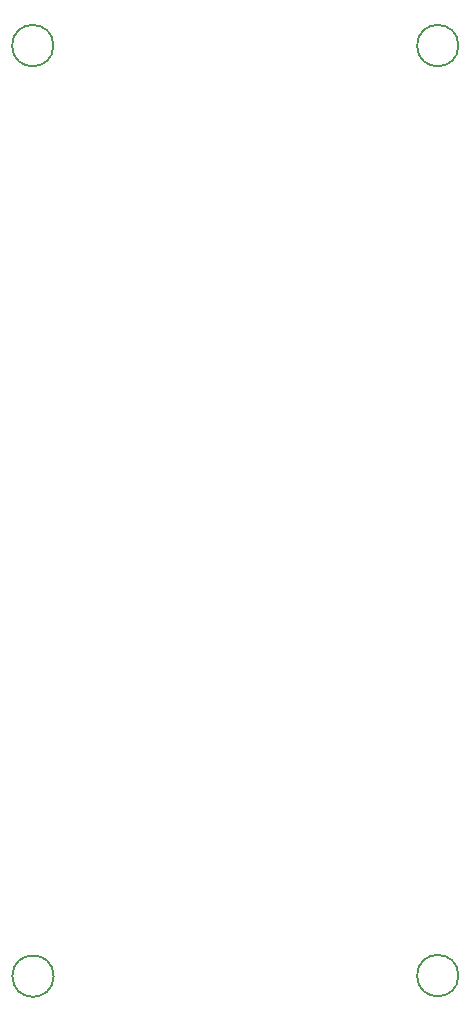
<source format=gbr>
%TF.GenerationSoftware,KiCad,Pcbnew,7.0.9*%
%TF.CreationDate,2023-12-15T13:44:59+09:00*%
%TF.ProjectId,STM32F103_dev_board,53544d33-3246-4313-9033-5f6465765f62,1.2.1*%
%TF.SameCoordinates,Original*%
%TF.FileFunction,Other,Comment*%
%FSLAX46Y46*%
G04 Gerber Fmt 4.6, Leading zero omitted, Abs format (unit mm)*
G04 Created by KiCad (PCBNEW 7.0.9) date 2023-12-15 13:44:59*
%MOMM*%
%LPD*%
G01*
G04 APERTURE LIST*
%ADD10C,0.150000*%
G04 APERTURE END LIST*
D10*
%TO.C,REF\u002A\u002A*%
X164310000Y-60270000D02*
G75*
G03*
X164310000Y-60270000I-1750000J0D01*
G01*
X130035913Y-139053348D02*
G75*
G03*
X130035913Y-139053348I-1750000J0D01*
G01*
X130020000Y-60270000D02*
G75*
G03*
X130020000Y-60270000I-1750000J0D01*
G01*
X164310000Y-139010000D02*
G75*
G03*
X164310000Y-139010000I-1750000J0D01*
G01*
%TD*%
M02*

</source>
